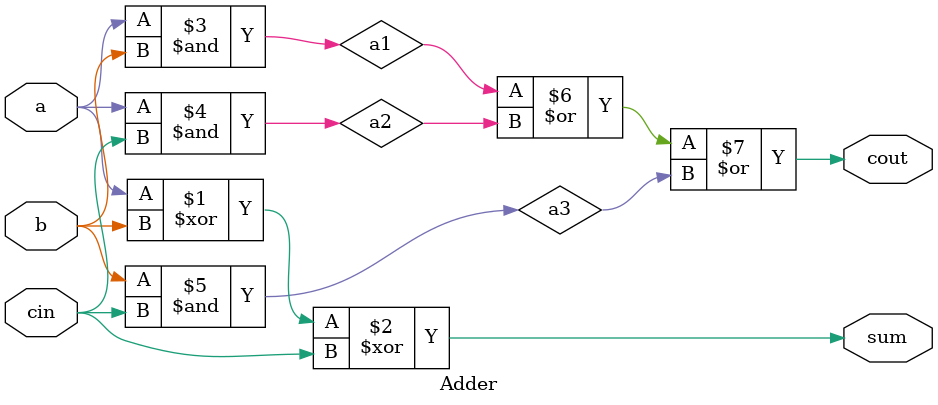
<source format=v>
`timescale 1ns / 1ps

module Adder(sum,cout,a,b,cin);
    input a,b;
    input cin;
    output sum;
    output cout;
   
		
	wire a1,a2,a3;
	xor (sum,a,b,cin);
	and g1(a1,a,b);
	and g2(a2,a,cin);
	and g3(a3,b,cin);
	or  (cout,a1,a2,a3);

  


endmodule

</source>
